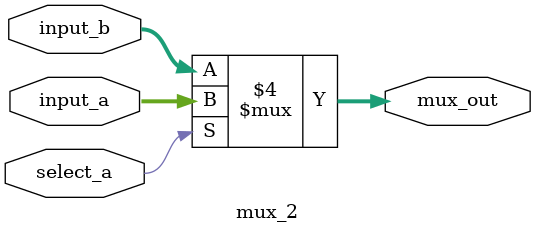
<source format=v>
module mux_2
  #(
   parameter integer DATA_W = 16
   )(
      input  wire [DATA_W-1:0] input_a,
      input  wire [DATA_W-1:0] input_b,
      input  wire              select_a,
      output reg  [DATA_W-1:0] mux_out
   );

   always@(*)begin
      if(select_a == 1'b1)begin
         mux_out = input_a;
      end else begin
         mux_out = input_b;
      end
   end
endmodule


</source>
